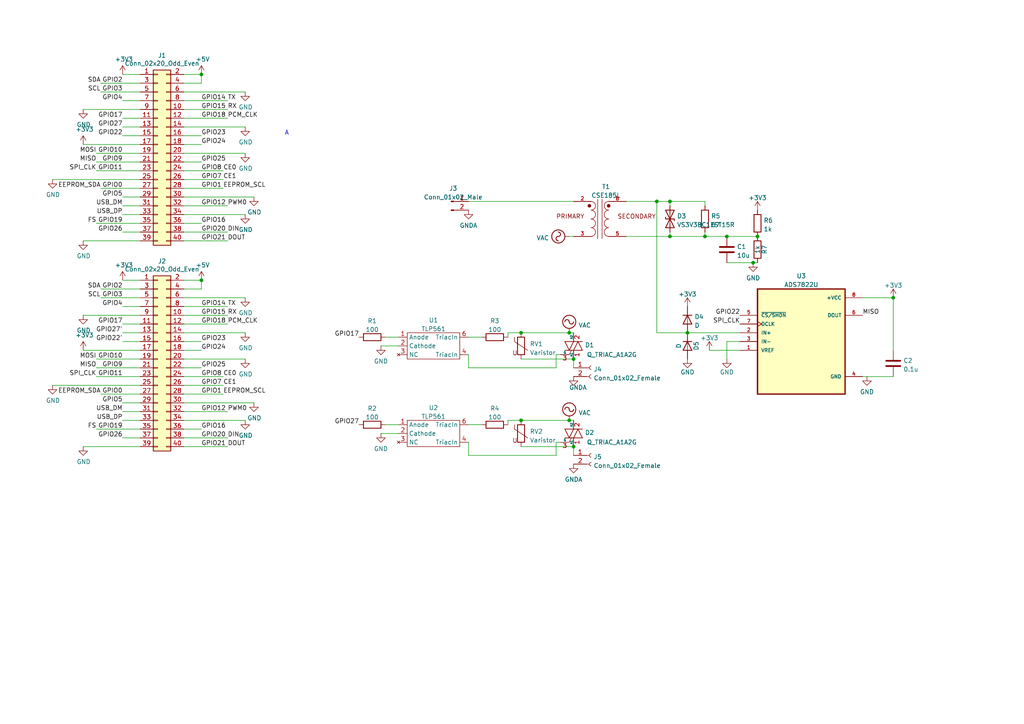
<source format=kicad_sch>
(kicad_sch (version 20211123) (generator eeschema)
  (paper "A4")
  (lib_symbols
    (symbol "Connector:Conn_01x02_Female" (pin_names (offset 1.016) hide)
      (property "Reference" "J" (at 0 2.54 0))
      (property "Value" "Conn_01x02_Female" (at 0 -5.08 0))
      (symbol "Conn_01x02_Female_1_1"
        (arc (start 0 -2.032) (mid -0.508 -2.54) (end 0 -3.048) (stroke (width 0.1524)))
        (polyline (pts (xy -1.27 -2.54) (xy -0.508 -2.54)) (stroke (width 0.1524)))
        (polyline (pts (xy -1.27 0) (xy -0.508 0)) (stroke (width 0.1524)))
        (arc (start 0 0.508) (mid -0.508 0) (end 0 -0.508) (stroke (width 0.1524)))
        (pin passive line (at -5.08 0 0) (length 3.81) (name "Pin_1") (number "1"))
        (pin passive line (at -5.08 -2.54 0) (length 3.81) (name "Pin_2") (number "2"))
      )
    )
    (symbol "Connector:Conn_01x02_Male" (pin_names (offset 1.016) hide)
      (property "Reference" "J" (at 0 2.54 0))
      (property "Value" "Conn_01x02_Male" (at 0 -5.08 0))
      (symbol "Conn_01x02_Male_1_1"
        (polyline (pts (xy 1.27 -2.54) (xy 0.8636 -2.54)) (stroke (width 0.1524)))
        (polyline (pts (xy 1.27 0) (xy 0.8636 0)) (stroke (width 0.1524)))
        (rectangle (start 0.8636 -2.413) (end 0 -2.667) (stroke (width 0.1524)) (fill (type outline)))
        (rectangle (start 0.8636 0.127) (end 0 -0.127) (stroke (width 0.1524)) (fill (type outline)))
        (pin passive line (at 5.08 0 180) (length 3.81) (name "Pin_1") (number "1"))
        (pin passive line (at 5.08 -2.54 180) (length 3.81) (name "Pin_2") (number "2"))
      )
    )
    (symbol "Connector_Generic:Conn_02x20_Odd_Even" (pin_names (offset 1.016) hide)
      (property "Reference" "J" (at 1.27 25.4 0))
      (property "Value" "Conn_02x20_Odd_Even" (at 1.27 -27.94 0))
      (symbol "Conn_02x20_Odd_Even_1_1"
        (rectangle (start -1.27 -25.273) (end 0 -25.527) (stroke (width 0.1524)))
        (rectangle (start -1.27 -22.733) (end 0 -22.987) (stroke (width 0.1524)))
        (rectangle (start -1.27 -20.193) (end 0 -20.447) (stroke (width 0.1524)))
        (rectangle (start -1.27 -17.653) (end 0 -17.907) (stroke (width 0.1524)))
        (rectangle (start -1.27 -15.113) (end 0 -15.367) (stroke (width 0.1524)))
        (rectangle (start -1.27 -12.573) (end 0 -12.827) (stroke (width 0.1524)))
        (rectangle (start -1.27 -10.033) (end 0 -10.287) (stroke (width 0.1524)))
        (rectangle (start -1.27 -7.493) (end 0 -7.747) (stroke (width 0.1524)))
        (rectangle (start -1.27 -4.953) (end 0 -5.207) (stroke (width 0.1524)))
        (rectangle (start -1.27 -2.413) (end 0 -2.667) (stroke (width 0.1524)))
        (rectangle (start -1.27 0.127) (end 0 -0.127) (stroke (width 0.1524)))
        (rectangle (start -1.27 2.667) (end 0 2.413) (stroke (width 0.1524)))
        (rectangle (start -1.27 5.207) (end 0 4.953) (stroke (width 0.1524)))
        (rectangle (start -1.27 7.747) (end 0 7.493) (stroke (width 0.1524)))
        (rectangle (start -1.27 10.287) (end 0 10.033) (stroke (width 0.1524)))
        (rectangle (start -1.27 12.827) (end 0 12.573) (stroke (width 0.1524)))
        (rectangle (start -1.27 15.367) (end 0 15.113) (stroke (width 0.1524)))
        (rectangle (start -1.27 17.907) (end 0 17.653) (stroke (width 0.1524)))
        (rectangle (start -1.27 20.447) (end 0 20.193) (stroke (width 0.1524)))
        (rectangle (start -1.27 22.987) (end 0 22.733) (stroke (width 0.1524)))
        (rectangle (start -1.27 24.13) (end 3.81 -26.67) (stroke (width 0.254)) (fill (type background)))
        (rectangle (start 3.81 -25.273) (end 2.54 -25.527) (stroke (width 0.1524)))
        (rectangle (start 3.81 -22.733) (end 2.54 -22.987) (stroke (width 0.1524)))
        (rectangle (start 3.81 -20.193) (end 2.54 -20.447) (stroke (width 0.1524)))
        (rectangle (start 3.81 -17.653) (end 2.54 -17.907) (stroke (width 0.1524)))
        (rectangle (start 3.81 -15.113) (end 2.54 -15.367) (stroke (width 0.1524)))
        (rectangle (start 3.81 -12.573) (end 2.54 -12.827) (stroke (width 0.1524)))
        (rectangle (start 3.81 -10.033) (end 2.54 -10.287) (stroke (width 0.1524)))
        (rectangle (start 3.81 -7.493) (end 2.54 -7.747) (stroke (width 0.1524)))
        (rectangle (start 3.81 -4.953) (end 2.54 -5.207) (stroke (width 0.1524)))
        (rectangle (start 3.81 -2.413) (end 2.54 -2.667) (stroke (width 0.1524)))
        (rectangle (start 3.81 0.127) (end 2.54 -0.127) (stroke (width 0.1524)))
        (rectangle (start 3.81 2.667) (end 2.54 2.413) (stroke (width 0.1524)))
        (rectangle (start 3.81 5.207) (end 2.54 4.953) (stroke (width 0.1524)))
        (rectangle (start 3.81 7.747) (end 2.54 7.493) (stroke (width 0.1524)))
        (rectangle (start 3.81 10.287) (end 2.54 10.033) (stroke (width 0.1524)))
        (rectangle (start 3.81 12.827) (end 2.54 12.573) (stroke (width 0.1524)))
        (rectangle (start 3.81 15.367) (end 2.54 15.113) (stroke (width 0.1524)))
        (rectangle (start 3.81 17.907) (end 2.54 17.653) (stroke (width 0.1524)))
        (rectangle (start 3.81 20.447) (end 2.54 20.193) (stroke (width 0.1524)))
        (rectangle (start 3.81 22.987) (end 2.54 22.733) (stroke (width 0.1524)))
        (pin passive line (at -5.08 22.86 0) (length 3.81) (name "Pin_1") (number "1"))
        (pin passive line (at 7.62 12.7 180) (length 3.81) (name "Pin_10") (number "10"))
        (pin passive line (at -5.08 10.16 0) (length 3.81) (name "Pin_11") (number "11"))
        (pin passive line (at 7.62 10.16 180) (length 3.81) (name "Pin_12") (number "12"))
        (pin passive line (at -5.08 7.62 0) (length 3.81) (name "Pin_13") (number "13"))
        (pin passive line (at 7.62 7.62 180) (length 3.81) (name "Pin_14") (number "14"))
        (pin passive line (at -5.08 5.08 0) (length 3.81) (name "Pin_15") (number "15"))
        (pin passive line (at 7.62 5.08 180) (length 3.81) (name "Pin_16") (number "16"))
        (pin passive line (at -5.08 2.54 0) (length 3.81) (name "Pin_17") (number "17"))
        (pin passive line (at 7.62 2.54 180) (length 3.81) (name "Pin_18") (number "18"))
        (pin passive line (at -5.08 0 0) (length 3.81) (name "Pin_19") (number "19"))
        (pin passive line (at 7.62 22.86 180) (length 3.81) (name "Pin_2") (number "2"))
        (pin passive line (at 7.62 0 180) (length 3.81) (name "Pin_20") (number "20"))
        (pin passive line (at -5.08 -2.54 0) (length 3.81) (name "Pin_21") (number "21"))
        (pin passive line (at 7.62 -2.54 180) (length 3.81) (name "Pin_22") (number "22"))
        (pin passive line (at -5.08 -5.08 0) (length 3.81) (name "Pin_23") (number "23"))
        (pin passive line (at 7.62 -5.08 180) (length 3.81) (name "Pin_24") (number "24"))
        (pin passive line (at -5.08 -7.62 0) (length 3.81) (name "Pin_25") (number "25"))
        (pin passive line (at 7.62 -7.62 180) (length 3.81) (name "Pin_26") (number "26"))
        (pin passive line (at -5.08 -10.16 0) (length 3.81) (name "Pin_27") (number "27"))
        (pin passive line (at 7.62 -10.16 180) (length 3.81) (name "Pin_28") (number "28"))
        (pin passive line (at -5.08 -12.7 0) (length 3.81) (name "Pin_29") (number "29"))
        (pin passive line (at -5.08 20.32 0) (length 3.81) (name "Pin_3") (number "3"))
        (pin passive line (at 7.62 -12.7 180) (length 3.81) (name "Pin_30") (number "30"))
        (pin passive line (at -5.08 -15.24 0) (length 3.81) (name "Pin_31") (number "31"))
        (pin passive line (at 7.62 -15.24 180) (length 3.81) (name "Pin_32") (number "32"))
        (pin passive line (at -5.08 -17.78 0) (length 3.81) (name "Pin_33") (number "33"))
        (pin passive line (at 7.62 -17.78 180) (length 3.81) (name "Pin_34") (number "34"))
        (pin passive line (at -5.08 -20.32 0) (length 3.81) (name "Pin_35") (number "35"))
        (pin passive line (at 7.62 -20.32 180) (length 3.81) (name "Pin_36") (number "36"))
        (pin passive line (at -5.08 -22.86 0) (length 3.81) (name "Pin_37") (number "37"))
        (pin passive line (at 7.62 -22.86 180) (length 3.81) (name "Pin_38") (number "38"))
        (pin passive line (at -5.08 -25.4 0) (length 3.81) (name "Pin_39") (number "39"))
        (pin passive line (at 7.62 20.32 180) (length 3.81) (name "Pin_4") (number "4"))
        (pin passive line (at 7.62 -25.4 180) (length 3.81) (name "Pin_40") (number "40"))
        (pin passive line (at -5.08 17.78 0) (length 3.81) (name "Pin_5") (number "5"))
        (pin passive line (at 7.62 17.78 180) (length 3.81) (name "Pin_6") (number "6"))
        (pin passive line (at -5.08 15.24 0) (length 3.81) (name "Pin_7") (number "7"))
        (pin passive line (at 7.62 15.24 180) (length 3.81) (name "Pin_8") (number "8"))
        (pin passive line (at -5.08 12.7 0) (length 3.81) (name "Pin_9") (number "9"))
      )
    )
    (symbol "Device:C" (pin_numbers hide) (pin_names (offset 0.254))
      (property "Reference" "C" (at 0.635 2.54 0))
      (property "Value" "C" (at 0.635 -2.54 0))
      (symbol "C_0_1"
        (polyline (pts (xy -2.032 -0.762) (xy 2.032 -0.762)) (stroke (width 0.508)))
        (polyline (pts (xy -2.032 0.762) (xy 2.032 0.762)) (stroke (width 0.508)))
      )
      (symbol "C_1_1"
        (pin passive line (at 0 3.81 270) (length 2.794) (name "~") (number "1"))
        (pin passive line (at 0 -3.81 90) (length 2.794) (name "~") (number "2"))
      )
    )
    (symbol "Device:D" (pin_numbers hide) (pin_names (offset 1.016) hide)
      (property "Reference" "D" (at 0 2.54 0))
      (property "Value" "D" (at 0 -2.54 0))
      (symbol "D_0_1"
        (polyline (pts (xy -1.27 1.27) (xy -1.27 -1.27)) (stroke (width 0.254)))
        (polyline (pts (xy 1.27 0) (xy -1.27 0)))
        (polyline (pts (xy 1.27 1.27) (xy 1.27 -1.27) (xy -1.27 0) (xy 1.27 1.27)) (stroke (width 0.254)))
      )
      (symbol "D_1_1"
        (pin passive line (at -3.81 0 0) (length 2.54) (name "K") (number "1"))
        (pin passive line (at 3.81 0 180) (length 2.54) (name "A") (number "2"))
      )
    )
    (symbol "Device:D_TVS" (pin_numbers hide) (pin_names (offset 1.016) hide)
      (property "Reference" "D" (at 0 2.54 0))
      (property "Value" "D_TVS" (at 0 -2.54 0))
      (symbol "D_TVS_0_1"
        (polyline (pts (xy 1.27 0) (xy -1.27 0)))
        (polyline (pts (xy 0.508 1.27) (xy 0 1.27) (xy 0 -1.27) (xy -0.508 -1.27)) (stroke (width 0.254)))
        (polyline (pts (xy -2.54 1.27) (xy -2.54 -1.27) (xy 2.54 1.27) (xy 2.54 -1.27) (xy -2.54 1.27)) (stroke (width 0.254)))
      )
      (symbol "D_TVS_1_1"
        (pin passive line (at -3.81 0 0) (length 2.54) (name "A1") (number "1"))
        (pin passive line (at 3.81 0 180) (length 2.54) (name "A2") (number "2"))
      )
    )
    (symbol "Device:Q_TRIAC_A1A2G" (pin_names (offset 0))
      (property "Reference" "D" (at 3.175 0.635 0))
      (property "Value" "Q_TRIAC_A1A2G" (at 3.175 -1.27 0))
      (symbol "Q_TRIAC_A1A2G_0_1"
        (polyline (pts (xy -2.54 -1.27) (xy 2.54 -1.27)) (stroke (width 0.2032)))
        (polyline (pts (xy -2.54 1.27) (xy 2.54 1.27)) (stroke (width 0.2032)))
        (polyline (pts (xy -1.27 -2.54) (xy -0.635 -1.27)))
        (polyline (pts (xy -2.54 1.27) (xy -1.27 -1.27) (xy 0 1.27)) (stroke (width 0.2032)))
        (polyline (pts (xy 0 -1.27) (xy 1.27 1.27) (xy 2.54 -1.27)) (stroke (width 0.2032)))
      )
      (symbol "Q_TRIAC_A1A2G_1_1"
        (pin passive line (at 0 -3.81 90) (length 2.54) (name "A1") (number "1"))
        (pin passive line (at 0 3.81 270) (length 2.54) (name "A2") (number "2"))
        (pin input line (at -3.81 -2.54 0) (length 2.54) (name "G") (number "3"))
      )
    )
    (symbol "Device:R" (pin_numbers hide) (pin_names (offset 0))
      (property "Reference" "R" (at 2.032 0 90))
      (property "Value" "R" (at 0 0 90))
      (symbol "R_0_1"
        (rectangle (start -1.016 -2.54) (end 1.016 2.54) (stroke (width 0.254)))
      )
      (symbol "R_1_1"
        (pin passive line (at 0 3.81 270) (length 1.27) (name "~") (number "1"))
        (pin passive line (at 0 -3.81 90) (length 1.27) (name "~") (number "2"))
      )
    )
    (symbol "Device:Varistor" (pin_numbers hide) (pin_names (offset 0))
      (property "Reference" "RV" (at 3.175 0 90))
      (property "Value" "Varistor" (at -3.175 0 90))
      (symbol "Varistor_0_0"
        (text "U" (at -1.778 -2.032 0) (effects (font (size 1.27 1.27))))
      )
      (symbol "Varistor_0_1"
        (rectangle (start -1.016 -2.54) (end 1.016 2.54) (stroke (width 0.254)))
        (polyline (pts (xy -1.905 2.54) (xy -1.905 1.27) (xy 1.905 -1.27)))
      )
      (symbol "Varistor_1_1"
        (pin passive line (at 0 3.81 270) (length 1.27) (name "~") (number "1"))
        (pin passive line (at 0 -3.81 90) (length 1.27) (name "~") (number "2"))
      )
    )
    (symbol "locallib:ADS7822U" (pin_names (offset 1.016))
      (property "Reference" "U" (at -12.7 16.2306 0))
      (property "Value" "ADS7822U" (at -12.7 -19.2278 0))
      (symbol "ADS7822U_0_0"
        (rectangle (start -12.7 -15.24) (end 12.7 15.24) (stroke (width 0.4064)) (fill (type background)))
        (pin input line (at -17.78 -2.54 0) (length 5.08) (name "VREF") (number "1"))
        (pin input line (at -17.78 2.54 0) (length 5.08) (name "IN+") (number "2"))
        (pin input line (at -17.78 0 0) (length 5.08) (name "IN-") (number "3"))
        (pin power_in line (at 17.78 -10.16 180) (length 5.08) (name "GND") (number "4"))
        (pin input line (at -17.78 7.62 0) (length 5.08) (name "~{CS/SHDN}") (number "5"))
        (pin output line (at 17.78 7.62 180) (length 5.08) (name "DOUT") (number "6"))
        (pin input clock (at -17.78 5.08 0) (length 5.08) (name "DCLK") (number "7"))
        (pin power_in line (at 17.78 12.7 180) (length 5.08) (name "+VCC") (number "8"))
      )
    )
    (symbol "locallib:CSE185L" (pin_names (offset 1.016) hide)
      (property "Reference" "T" (at -5.08 7.62 0))
      (property "Value" "CSE185L" (at -5.08 -7.62 0))
      (symbol "CSE185L_0_0"
        (circle (center -3.048 3.81) (radius 0.254) (stroke (width 0.508)))
        (arc (start -2.54 -5.08) (mid -1.27 -3.81) (end -2.54 -2.54) (stroke (width 0.1524)))
        (arc (start -2.54 -2.54) (mid -1.27 -1.27) (end -2.54 0) (stroke (width 0.1524)))
        (arc (start -2.54 0) (mid -1.27 1.27) (end -2.54 2.54) (stroke (width 0.1524)))
        (arc (start -2.54 2.54) (mid -1.27 3.81) (end -2.54 5.08) (stroke (width 0.1524)))
        (polyline (pts (xy -0.635 5.715) (xy -0.635 -5.715)) (stroke (width 0.1524)))
        (polyline (pts (xy 0.635 5.715) (xy 0.635 -5.715)) (stroke (width 0.1524)))
        (arc (start 2.54 -2.54) (mid 1.27 -3.81) (end 2.54 -5.08) (stroke (width 0.1524)))
        (arc (start 2.54 0) (mid 1.27 -1.27) (end 2.54 -2.54) (stroke (width 0.1524)))
        (arc (start 2.54 2.54) (mid 1.27 1.27) (end 2.54 0) (stroke (width 0.1524)))
        (circle (center 2.54 3.81) (radius 0.254) (stroke (width 0.508)))
        (arc (start 2.54 5.08) (mid 1.27 3.81) (end 2.54 2.54) (stroke (width 0.1524)))
        (text "PRIMARY" (at -12.7 0 0) (effects (font (size 1.27 1.27)) (justify left bottom)))
        (text "SECONDARY" (at 5.08 0 0) (effects (font (size 1.27 1.27)) (justify left bottom)))
        (pin passive line (at -7.62 5.08 0) (length 5.08) (name "~") (number "2"))
        (pin passive line (at -7.62 -5.08 0) (length 5.08) (name "~") (number "3"))
        (pin passive line (at 7.62 -5.08 180) (length 5.08) (name "~") (number "5"))
        (pin passive line (at 7.62 5.08 180) (length 5.08) (name "~") (number "8"))
      )
    )
    (symbol "locallib:TLP561"
      (property "Reference" "U" (at 0 -8.89 0))
      (property "Value" "TLP561" (at 0 6.35 0))
      (symbol "TLP561_0_1"
        (rectangle (start -7.62 3.81) (end 7.62 -3.81) (stroke (width 0.1524)))
      )
      (symbol "TLP561_1_1"
        (pin input line (at -10.16 2.54 0) (length 2.54) (name "Anode") (number "1"))
        (pin passive line (at -10.16 0 0) (length 2.54) (name "Cathode") (number "2"))
        (pin no_connect line (at -10.16 -2.54 0) (length 2.54) (name "NC") (number "3"))
        (pin passive line (at 10.16 -2.54 180) (length 2.54) (name "TriacIn") (number "4"))
        (pin passive line (at 10.16 2.54 180) (length 2.54) (name "TriacIn") (number "6"))
      )
    )
    (symbol "power:+3.3V" (power) (pin_names (offset 0))
      (property "Value" "+3.3V" (at 0 3.556 0))
      (symbol "+3.3V_0_1"
        (polyline (pts (xy -0.762 1.27) (xy 0 2.54)))
        (polyline (pts (xy 0 0) (xy 0 2.54)))
        (polyline (pts (xy 0 2.54) (xy 0.762 1.27)))
      )
      (symbol "+3.3V_1_1"
        (pin power_in line (at 0 0 90) (length 0) hide (name "+3V3") (number "1"))
      )
    )
    (symbol "power:+3V3" (power) (pin_names (offset 0))
      (property "Value" "+3V3" (at 0 3.556 0))
      (symbol "+3V3_0_1"
        (polyline (pts (xy -0.762 1.27) (xy 0 2.54)))
        (polyline (pts (xy 0 0) (xy 0 2.54)))
        (polyline (pts (xy 0 2.54) (xy 0.762 1.27)))
      )
      (symbol "+3V3_1_1"
        (pin power_in line (at 0 0 90) (length 0) hide (name "+3V3") (number "1"))
      )
    )
    (symbol "power:+5V" (power) (pin_names (offset 0))
      (property "Value" "+5V" (at 0 3.556 0))
      (symbol "+5V_0_1"
        (polyline (pts (xy -0.762 1.27) (xy 0 2.54)))
        (polyline (pts (xy 0 0) (xy 0 2.54)))
        (polyline (pts (xy 0 2.54) (xy 0.762 1.27)))
      )
      (symbol "+5V_1_1"
        (pin power_in line (at 0 0 90) (length 0) hide (name "+5V") (number "1"))
      )
    )
    (symbol "power:GND" (power) (pin_names (offset 0))
      (property "Value" "GND" (at 0 -3.81 0))
      (symbol "GND_0_1"
        (polyline (pts (xy 0 0) (xy 0 -1.27) (xy 1.27 -1.27) (xy 0 -2.54) (xy -1.27 -1.27) (xy 0 -1.27)))
      )
      (symbol "GND_1_1"
        (pin power_in line (at 0 0 270) (length 0) hide (name "GND") (number "1"))
      )
    )
    (symbol "power:GNDA" (power) (pin_names (offset 0))
      (property "Value" "GNDA" (at 0 -3.81 0))
      (symbol "GNDA_0_1"
        (polyline (pts (xy 0 0) (xy 0 -1.27) (xy 1.27 -1.27) (xy 0 -2.54) (xy -1.27 -1.27) (xy 0 -1.27)))
      )
      (symbol "GNDA_1_1"
        (pin power_in line (at 0 0 270) (length 0) hide (name "GNDA") (number "1"))
      )
    )
    (symbol "power:VAC" (power) (pin_names (offset 0))
      (property "Value" "VAC" (at 0 6.35 0))
      (symbol "VAC_0_1"
        (polyline (pts (xy 0 0) (xy 0 1.27)))
        (arc (start 0 3.175) (mid -0.635 3.81) (end -1.27 3.175) (stroke (width 0.254)))
        (arc (start 0 3.175) (mid 0.635 2.54) (end 1.27 3.175) (stroke (width 0.254)))
        (circle (center 0 3.175) (radius 1.905) (stroke (width 0.254)))
      )
      (symbol "VAC_1_1"
        (pin power_in line (at 0 0 90) (length 0) hide (name "VAC") (number "1"))
      )
    )
  )
  (junction (at 219.71 68.58))
  (junction (at 151.13 121.92))
  (junction (at 58.42 21.59))
  (junction (at 210.82 68.58))
  (junction (at 166.37 129.54))
  (junction (at 194.31 68.58))
  (junction (at 166.37 104.14))
  (junction (at 190.5 58.42))
  (junction (at 218.44 76.2))
  (junction (at 199.39 96.52))
  (junction (at 151.13 96.52))
  (junction (at 165.1 121.92))
  (junction (at 194.31 58.42))
  (junction (at 259.08 86.36))
  (junction (at 204.47 68.58))
  (junction (at 165.1 96.52))
  (junction (at 58.42 81.28))
  (wire (pts (xy 194.31 68.58) (xy 204.47 68.58)))
  (wire (pts (xy 204.47 68.58) (xy 204.47 67.31)))
  (wire (pts (xy 204.47 68.58) (xy 210.82 68.58)))
  (wire (pts (xy 210.82 104.14) (xy 210.82 99.06)))
  (wire (pts (xy 53.34 34.29) (xy 66.04 34.29)))
  (wire (pts (xy 24.13 91.44) (xy 40.64 91.44)))
  (wire (pts (xy 194.31 58.42) (xy 204.47 58.42)))
  (wire (pts (xy 35.56 96.52) (xy 40.64 96.52)))
  (wire (pts (xy 29.21 26.67) (xy 40.64 26.67)))
  (wire (pts (xy 218.44 76.2) (xy 219.71 76.2)))
  (wire (pts (xy 53.34 29.21) (xy 66.04 29.21)))
  (wire (pts (xy 53.34 104.14) (xy 71.12 104.14)))
  (wire (pts (xy 53.34 127) (xy 66.04 127)))
  (wire (pts (xy 161.29 132.08) (xy 135.89 132.08)))
  (wire (pts (xy 15.24 52.07) (xy 40.64 52.07)))
  (wire (pts (xy 29.21 24.13) (xy 40.64 24.13)))
  (wire (pts (xy 27.94 124.46) (xy 40.64 124.46)))
  (wire (pts (xy 162.56 128.27) (xy 161.29 128.27)))
  (wire (pts (xy 53.34 91.44) (xy 66.04 91.44)))
  (wire (pts (xy 165.1 96.52) (xy 166.37 96.52)))
  (wire (pts (xy 53.34 129.54) (xy 66.04 129.54)))
  (wire (pts (xy 71.12 121.92) (xy 53.34 121.92)))
  (wire (pts (xy 210.82 76.2) (xy 218.44 76.2)))
  (wire (pts (xy 53.34 39.37) (xy 58.42 39.37)))
  (wire (pts (xy 204.47 58.42) (xy 204.47 59.69)))
  (wire (pts (xy 29.21 114.3) (xy 40.64 114.3)))
  (wire (pts (xy 53.34 116.84) (xy 73.66 116.84)))
  (wire (pts (xy 135.89 132.08) (xy 135.89 128.27)))
  (wire (pts (xy 53.34 124.46) (xy 58.42 124.46)))
  (wire (pts (xy 110.49 100.33) (xy 115.57 100.33)))
  (wire (pts (xy 27.94 104.14) (xy 40.64 104.14)))
  (wire (pts (xy 190.5 58.42) (xy 190.5 96.52)))
  (wire (pts (xy 151.13 121.92) (xy 165.1 121.92)))
  (wire (pts (xy 190.5 58.42) (xy 194.31 58.42)))
  (wire (pts (xy 135.89 97.79) (xy 139.7 97.79)))
  (wire (pts (xy 165.1 68.58) (xy 166.37 68.58)))
  (wire (pts (xy 35.56 121.92) (xy 40.64 121.92)))
  (wire (pts (xy 151.13 104.14) (xy 166.37 104.14)))
  (wire (pts (xy 111.76 123.19) (xy 115.57 123.19)))
  (wire (pts (xy 194.31 68.58) (xy 194.31 67.31)))
  (wire (pts (xy 35.56 36.83) (xy 40.64 36.83)))
  (wire (pts (xy 135.89 123.19) (xy 139.7 123.19)))
  (wire (pts (xy 35.56 116.84) (xy 40.64 116.84)))
  (wire (pts (xy 199.39 96.52) (xy 190.5 96.52)))
  (wire (pts (xy 165.1 121.92) (xy 166.37 121.92)))
  (wire (pts (xy 35.56 62.23) (xy 40.64 62.23)))
  (wire (pts (xy 27.94 46.99) (xy 40.64 46.99)))
  (wire (pts (xy 53.34 26.67) (xy 71.12 26.67)))
  (wire (pts (xy 24.13 101.6) (xy 40.64 101.6)))
  (wire (pts (xy 53.34 93.98) (xy 66.04 93.98)))
  (wire (pts (xy 53.34 49.53) (xy 64.77 49.53)))
  (wire (pts (xy 199.39 96.52) (xy 214.63 96.52)))
  (wire (pts (xy 29.21 83.82) (xy 40.64 83.82)))
  (wire (pts (xy 53.34 52.07) (xy 64.77 52.07)))
  (wire (pts (xy 181.61 68.58) (xy 194.31 68.58)))
  (wire (pts (xy 53.34 41.91) (xy 58.42 41.91)))
  (wire (pts (xy 58.42 24.13) (xy 58.42 21.59)))
  (wire (pts (xy 53.34 111.76) (xy 64.77 111.76)))
  (wire (pts (xy 40.64 129.54) (xy 24.13 129.54)))
  (wire (pts (xy 151.13 129.54) (xy 166.37 129.54)))
  (wire (pts (xy 27.94 49.53) (xy 40.64 49.53)))
  (wire (pts (xy 53.34 106.68) (xy 58.42 106.68)))
  (wire (pts (xy 250.19 86.36) (xy 259.08 86.36)))
  (wire (pts (xy 35.56 99.06) (xy 40.64 99.06)))
  (wire (pts (xy 29.21 86.36) (xy 40.64 86.36)))
  (wire (pts (xy 27.94 64.77) (xy 40.64 64.77)))
  (wire (pts (xy 53.34 114.3) (xy 64.77 114.3)))
  (wire (pts (xy 210.82 99.06) (xy 214.63 99.06)))
  (wire (pts (xy 35.56 21.59) (xy 40.64 21.59)))
  (wire (pts (xy 161.29 128.27) (xy 161.29 132.08)))
  (wire (pts (xy 53.34 109.22) (xy 64.77 109.22)))
  (wire (pts (xy 111.76 97.79) (xy 115.57 97.79)))
  (wire (pts (xy 53.34 96.52) (xy 71.12 96.52)))
  (wire (pts (xy 35.56 93.98) (xy 40.64 93.98)))
  (wire (pts (xy 147.32 123.19) (xy 147.32 121.92)))
  (wire (pts (xy 166.37 104.14) (xy 166.37 106.68)))
  (wire (pts (xy 35.56 34.29) (xy 40.64 34.29)))
  (wire (pts (xy 53.34 21.59) (xy 58.42 21.59)))
  (wire (pts (xy 35.56 59.69) (xy 40.64 59.69)))
  (wire (pts (xy 35.56 119.38) (xy 40.64 119.38)))
  (wire (pts (xy 53.34 59.69) (xy 66.04 59.69)))
  (wire (pts (xy 53.34 69.85) (xy 66.04 69.85)))
  (wire (pts (xy 53.34 67.31) (xy 66.04 67.31)))
  (wire (pts (xy 259.08 86.36) (xy 259.08 101.6)))
  (wire (pts (xy 53.34 119.38) (xy 66.04 119.38)))
  (wire (pts (xy 53.34 57.15) (xy 73.66 57.15)))
  (wire (pts (xy 35.56 88.9) (xy 40.64 88.9)))
  (wire (pts (xy 35.56 127) (xy 40.64 127)))
  (wire (pts (xy 53.34 31.75) (xy 66.04 31.75)))
  (wire (pts (xy 161.29 106.68) (xy 135.89 106.68)))
  (wire (pts (xy 162.56 102.87) (xy 161.29 102.87)))
  (wire (pts (xy 53.34 83.82) (xy 58.42 83.82)))
  (wire (pts (xy 35.56 29.21) (xy 40.64 29.21)))
  (wire (pts (xy 24.13 41.91) (xy 40.64 41.91)))
  (wire (pts (xy 35.56 39.37) (xy 40.64 39.37)))
  (wire (pts (xy 29.21 54.61) (xy 40.64 54.61)))
  (wire (pts (xy 210.82 68.58) (xy 219.71 68.58)))
  (wire (pts (xy 27.94 106.68) (xy 40.64 106.68)))
  (wire (pts (xy 27.94 109.22) (xy 40.64 109.22)))
  (wire (pts (xy 135.89 106.68) (xy 135.89 102.87)))
  (wire (pts (xy 53.34 99.06) (xy 58.42 99.06)))
  (wire (pts (xy 53.34 86.36) (xy 71.12 86.36)))
  (wire (pts (xy 27.94 44.45) (xy 40.64 44.45)))
  (wire (pts (xy 147.32 97.79) (xy 147.32 96.52)))
  (wire (pts (xy 58.42 83.82) (xy 58.42 81.28)))
  (wire (pts (xy 53.34 46.99) (xy 58.42 46.99)))
  (wire (pts (xy 71.12 62.23) (xy 53.34 62.23)))
  (wire (pts (xy 35.56 67.31) (xy 40.64 67.31)))
  (wire (pts (xy 147.32 96.52) (xy 151.13 96.52)))
  (wire (pts (xy 40.64 69.85) (xy 24.13 69.85)))
  (wire (pts (xy 35.56 81.28) (xy 40.64 81.28)))
  (wire (pts (xy 194.31 58.42) (xy 194.31 59.69)))
  (wire (pts (xy 166.37 129.54) (xy 166.37 132.08)))
  (wire (pts (xy 15.24 111.76) (xy 40.64 111.76)))
  (wire (pts (xy 205.74 101.6) (xy 214.63 101.6)))
  (wire (pts (xy 110.49 125.73) (xy 115.57 125.73)))
  (wire (pts (xy 53.34 101.6) (xy 58.42 101.6)))
  (wire (pts (xy 250.19 109.22) (xy 259.08 109.22)))
  (wire (pts (xy 181.61 58.42) (xy 190.5 58.42)))
  (wire (pts (xy 53.34 64.77) (xy 58.42 64.77)))
  (wire (pts (xy 151.13 96.52) (xy 165.1 96.52)))
  (wire (pts (xy 53.34 36.83) (xy 71.12 36.83)))
  (wire (pts (xy 135.89 58.42) (xy 166.37 58.42)))
  (wire (pts (xy 24.13 31.75) (xy 40.64 31.75)))
  (wire (pts (xy 53.34 24.13) (xy 58.42 24.13)))
  (wire (pts (xy 53.34 54.61) (xy 64.77 54.61)))
  (wire (pts (xy 147.32 121.92) (xy 151.13 121.92)))
  (wire (pts (xy 53.34 88.9) (xy 66.04 88.9)))
  (wire (pts (xy 161.29 102.87) (xy 161.29 106.68)))
  (wire (pts (xy 53.34 81.28) (xy 58.42 81.28)))
  (wire (pts (xy 35.56 57.15) (xy 40.64 57.15)))
  (wire (pts (xy 53.34 44.45) (xy 71.12 44.45)))
  (text "A" (at 82.55 39.37 0) (effects (font (size 1.27 1.27)) (justify left bottom)))
  (label "GPIO12" (at 58.42 59.69 0))
  (label "GPIO7" (at 58.42 111.76 0))
  (label "GPIO4" (at 35.56 29.21 180))
  (label "GPIO17" (at 104.14 97.79 180))
  (label "SPI_CLK" (at 27.94 109.22 180))
  (label "GPIO19" (at 35.56 64.77 180))
  (label "GPIO10" (at 35.56 44.45 180))
  (label "GPIO26" (at 35.56 67.31 180))
  (label "GPIO2" (at 35.56 83.82 180))
  (label "GPIO15" (at 58.42 31.75 0))
  (label "GPIO8" (at 58.42 49.53 0))
  (label "CE1" (at 64.77 111.76 0))
  (label "GPIO11" (at 35.56 49.53 180))
  (label "GPIO8" (at 58.42 109.22 0))
  (label "CE0" (at 64.77 109.22 0))
  (label "FS" (at 27.94 124.46 180))
  (label "GPIO12" (at 58.42 119.38 0))
  (label "MOSI" (at 27.94 44.45 180))
  (label "DIN" (at 66.04 127 0))
  (label "SCL" (at 29.21 26.67 180))
  (label "GPIO10" (at 35.56 104.14 180))
  (label "GPIO22" (at 214.63 91.44 180))
  (label "GPIO11" (at 35.56 109.22 180))
  (label "CE0" (at 64.77 49.53 0))
  (label "EEPROM_SDA" (at 29.21 114.3 180))
  (label "PCM_CLK" (at 66.04 93.98 0))
  (label "GPIO5" (at 35.56 57.15 180))
  (label "GPIO7" (at 58.42 52.07 0))
  (label "GPIO5" (at 35.56 116.84 180))
  (label "EEPROM_SCL" (at 64.77 54.61 0))
  (label "GPIO26" (at 35.56 127 180))
  (label "MISO" (at 27.94 106.68 180))
  (label "USB_DM" (at 35.56 59.69 180))
  (label "PCM_CLK" (at 66.04 34.29 0))
  (label "GPIO27" (at 35.56 36.83 180))
  (label "GPIO21" (at 58.42 129.54 0))
  (label "GPIO1" (at 58.42 54.61 0))
  (label "GPIO25" (at 58.42 46.99 0))
  (label "USB_DP" (at 35.56 62.23 180))
  (label "MOSI" (at 27.94 104.14 180))
  (label "GPIO20" (at 58.42 67.31 0))
  (label "RX" (at 66.04 91.44 0))
  (label "GPIO17" (at 35.56 34.29 180))
  (label "GPIO27" (at 104.14 123.19 180))
  (label "GPIO19" (at 35.56 124.46 180))
  (label "GPIO25" (at 58.42 106.68 0))
  (label "USB_DM" (at 35.56 119.38 180))
  (label "GPIO9" (at 35.56 46.99 180))
  (label "MISO" (at 27.94 46.99 180))
  (label "GPIO2" (at 35.56 24.13 180))
  (label "GPIO3" (at 35.56 86.36 180))
  (label "SPI_CLK" (at 27.94 49.53 180))
  (label "PWM0" (at 66.04 119.38 0))
  (label "GPIO0" (at 35.56 54.61 180))
  (label "EEPROM_SDA" (at 29.21 54.61 180))
  (label "GPIO22" (at 35.56 39.37 180))
  (label "GPIO3" (at 35.56 26.67 180))
  (label "DIN" (at 66.04 67.31 0))
  (label "GPIO17" (at 35.56 93.98 180))
  (label "DOUT" (at 66.04 129.54 0))
  (label "GPIO14" (at 58.42 88.9 0))
  (label "GPIO18" (at 58.42 93.98 0))
  (label "GPIO4" (at 35.56 88.9 180))
  (label "GPIO22'" (at 35.56 99.06 180))
  (label "DOUT" (at 66.04 69.85 0))
  (label "GPIO24" (at 58.42 41.91 0))
  (label "PWM0" (at 66.04 59.69 0))
  (label "GPIO27'" (at 35.56 96.52 180))
  (label "GPIO20" (at 58.42 127 0))
  (label "GPIO9" (at 35.56 106.68 180))
  (label "GPIO23" (at 58.42 99.06 0))
  (label "USB_DP" (at 35.56 121.92 180))
  (label "GPIO16" (at 58.42 124.46 0))
  (label "MISO" (at 250.19 91.44 0))
  (label "GPIO21" (at 58.42 69.85 0))
  (label "SPI_CLK" (at 214.63 93.98 180))
  (label "GPIO15" (at 58.42 91.44 0))
  (label "CE1" (at 64.77 52.07 0))
  (label "GPIO24" (at 58.42 101.6 0))
  (label "TX" (at 66.04 88.9 0))
  (label "GPIO18" (at 58.42 34.29 0))
  (label "RX" (at 66.04 31.75 0))
  (label "TX" (at 66.04 29.21 0))
  (label "GPIO16" (at 58.42 64.77 0))
  (label "SDA" (at 29.21 24.13 180))
  (label "GPIO23" (at 58.42 39.37 0))
  (label "EEPROM_SCL" (at 64.77 114.3 0))
  (label "FS" (at 27.94 64.77 180))
  (label "GPIO1" (at 58.42 114.3 0))
  (label "SDA" (at 29.21 83.82 180))
  (label "GPIO0" (at 35.56 114.3 180))
  (label "GPIO14" (at 58.42 29.21 0))
  (label "SCL" (at 29.21 86.36 180))
  (symbol (lib_id "power:+5V") (at 58.42 81.28 0) (unit 1)
    (property "Reference" "#PWR0120" (effects hide))
    (property "Value" "+5V" (at 58.801 76.8858 0))
  )
  (symbol (lib_id "Connector:Conn_01x02_Female") (at 171.45 106.68 0) (unit 1)
    (property "Reference" "J4" (at 172.1612 107.1153 0) (effects (justify left)))
    (property "Value" "Conn_01x02_Female" (at 172.1612 109.6522 0) (effects (justify left)))
    (property "Footprint" "locallib:AcOutlet" (effects hide))
  )
  (symbol (lib_id "Device:R") (at 204.47 63.5 0) (unit 1)
    (property "Reference" "R5" (at 206.248 62.6653 0) (effects (justify left)))
    (property "Value" "67" (at 206.248 65.2022 0) (effects (justify left)))
    (property "Footprint" "Resistor_SMD:R_0603_1608Metric_Pad0.98x0.95mm_HandSolder" (effects hide))
  )
  (symbol (lib_id "power:VAC") (at 165.1 96.52 0) (unit 1)
    (property "Reference" "#PWR0125" (effects hide))
    (property "Value" "VAC" (at 167.767 94.3503 0) (effects (justify left)))
  )
  (symbol (lib_id "locallib:TLP561") (at 125.73 125.73 0) (unit 1)
    (property "Reference" "U2" (at 125.73 118.271 0))
    (property "Value" "TLP561" (at 125.73 120.8079 0))
    (property "Footprint" "Package_DIP:DIP-5-6_W7.62mm" (effects hide))
  )
  (symbol (lib_id "power:GNDA") (at 166.37 134.62 0) (unit 1)
    (property "Reference" "#PWR0128" (effects hide))
    (property "Value" "GNDA" (at 166.37 139.0634 0))
  )
  (symbol (lib_id "locallib:CSE185L") (at 173.99 63.5 0) (unit 1)
    (property "Reference" "T1" (at 175.7627 54.136 0))
    (property "Value" "CSE185L" (at 175.7627 56.6729 0))
    (property "Footprint" "locallib:XFMR_CSE185L" (effects hide))
    (property "MANUFACTURER" "TRIAD" (effects hide))
    (property "STANDARD" "Manufacturer Recommendation" (effects hide))
    (property "PARTREV" "N/A" (effects hide))
  )
  (symbol (lib_id "power:GND") (at 71.12 121.92 0) (unit 1)
    (property "Reference" "#PWR0115" (effects hide))
    (property "Value" "GND" (at 71.247 126.3142 0))
  )
  (symbol (lib_id "Device:C") (at 259.08 105.41 0) (unit 1)
    (property "Reference" "C2" (at 262.001 104.5753 0) (effects (justify left)))
    (property "Value" "0.1u" (at 262.001 107.1122 0) (effects (justify left)))
    (property "Footprint" "Capacitor_SMD:C_1206_3216Metric_Pad1.33x1.80mm_HandSolder" (effects hide))
  )
  (symbol (lib_id "Device:R") (at 143.51 123.19 90) (unit 1)
    (property "Reference" "R4" (at 143.51 118.4742 90))
    (property "Value" "100" (at 143.51 121.0111 90))
    (property "Footprint" "Resistor_SMD:R_0603_1608Metric_Pad0.98x0.95mm_HandSolder" (effects hide))
  )
  (symbol (lib_id "Device:Q_TRIAC_A1A2G") (at 166.37 125.73 0) (unit 1)
    (property "Reference" "D2" (at 169.6466 125.4795 0) (effects (justify left)))
    (property "Value" "Q_TRIAC_A1A2G" (at 170.18 128.27 0) (effects (justify left)))
    (property "Footprint" "Package_TO_SOT_THT:TO-220-3_Horizontal_TabDown" (effects hide))
  )
  (symbol (lib_id "power:+5V") (at 58.42 21.59 0) (unit 1)
    (property "Reference" "#PWR0107" (effects hide))
    (property "Value" "+5V" (at 58.801 17.1958 0))
  )
  (symbol (lib_id "power:GND") (at 110.49 125.73 0) (unit 1)
    (property "Reference" "#PWR0124" (effects hide))
    (property "Value" "GND" (at 110.49 130.1734 0))
  )
  (symbol (lib_id "Device:Varistor") (at 151.13 100.33 0) (unit 1)
    (property "Reference" "RV1" (at 153.67 99.7485 0) (effects (justify left)))
    (property "Value" "Varistor" (at 153.67 102.2854 0) (effects (justify left)))
    (property "Footprint" "Varistor:RV_Disc_D9mm_W3.8mm_P5mm" (effects hide))
  )
  (symbol (lib_id "Device:R") (at 107.95 123.19 90) (unit 1)
    (property "Reference" "R2" (at 107.95 118.4742 90))
    (property "Value" "100" (at 107.95 121.0111 90))
    (property "Footprint" "Resistor_SMD:R_0603_1608Metric_Pad0.98x0.95mm_HandSolder" (effects hide))
  )
  (symbol (lib_id "power:+3V3") (at 35.56 81.28 0) (unit 1)
    (property "Reference" "#PWR0101" (effects hide))
    (property "Value" "+3V3" (at 35.941 76.8858 0))
  )
  (symbol (lib_id "power:GND") (at 218.44 76.2 0) (unit 1)
    (property "Reference" "#PWR0130" (effects hide))
    (property "Value" "GND" (at 218.44 80.6434 0))
  )
  (symbol (lib_id "power:GND") (at 71.12 96.52 0) (unit 1)
    (property "Reference" "#PWR0122" (effects hide))
    (property "Value" "GND" (at 71.247 100.9142 0))
  )
  (symbol (lib_id "Device:R") (at 143.51 97.79 90) (unit 1)
    (property "Reference" "R3" (at 143.51 93.0742 90))
    (property "Value" "100" (at 143.51 95.6111 90))
    (property "Footprint" "Resistor_SMD:R_0603_1608Metric_Pad0.98x0.95mm_HandSolder" (effects hide))
  )
  (symbol (lib_id "Device:C") (at 210.82 72.39 0) (unit 1)
    (property "Reference" "C1" (at 213.741 71.5553 0) (effects (justify left)))
    (property "Value" "10u" (at 213.741 74.0922 0) (effects (justify left)))
    (property "Footprint" "Capacitor_SMD:C_0805_2012Metric_Pad1.18x1.45mm_HandSolder" (effects hide))
  )
  (symbol (lib_id "locallib:TLP561") (at 125.73 100.33 0) (unit 1)
    (property "Reference" "U1" (at 125.73 92.871 0))
    (property "Value" "TLP561" (at 125.73 95.4079 0))
    (property "Footprint" "Package_DIP:DIP-5-6_W7.62mm" (effects hide))
  )
  (symbol (lib_id "power:GND") (at 73.66 116.84 0) (unit 1)
    (property "Reference" "#PWR0116" (effects hide))
    (property "Value" "GND" (at 73.787 121.2342 0))
  )
  (symbol (lib_id "power:GND") (at 210.82 104.14 0) (unit 1)
    (property "Reference" "#PWR0135" (effects hide))
    (property "Value" "GND" (at 210.82 107.95 0))
  )
  (symbol (lib_id "power:GND") (at 71.12 36.83 0) (unit 1)
    (property "Reference" "#PWR0106" (effects hide))
    (property "Value" "GND" (at 71.247 41.2242 0))
  )
  (symbol (lib_id "Device:D_TVS") (at 194.31 63.5 90) (unit 1)
    (property "Reference" "D3" (at 196.342 62.6653 90) (effects (justify right)))
    (property "Value" "VS3V3BC1EST15R" (at 196.342 65.2022 90) (effects (justify right)))
    (property "Footprint" "Diode_SMD:D_0201_0603Metric_Pad0.64x0.40mm_HandSolder" (effects hide))
  )
  (symbol (lib_id "power:GND") (at 73.66 57.15 0) (unit 1)
    (property "Reference" "#PWR0118" (effects hide))
    (property "Value" "GND" (at 73.787 61.5442 0))
  )
  (symbol (lib_id "power:+3.3V") (at 219.71 60.96 0) (unit 1)
    (property "Reference" "#PWR0129" (effects hide))
    (property "Value" "+3.3V" (at 219.71 57.3842 0))
  )
  (symbol (lib_id "power:+3V3") (at 24.13 41.91 0) (unit 1)
    (property "Reference" "#PWR0113" (effects hide))
    (property "Value" "+3V3" (at 24.511 37.5158 0))
  )
  (symbol (lib_id "power:GND") (at 15.24 111.76 0) (unit 1)
    (property "Reference" "#PWR0109" (effects hide))
    (property "Value" "GND" (at 15.367 116.1542 0))
  )
  (symbol (lib_id "Device:Q_TRIAC_A1A2G") (at 166.37 100.33 0) (unit 1)
    (property "Reference" "D1" (at 169.6466 100.0795 0) (effects (justify left)))
    (property "Value" "Q_TRIAC_A1A2G" (at 170.18 102.87 0) (effects (justify left)))
    (property "Footprint" "Package_TO_SOT_THT:TO-220-3_Horizontal_TabDown" (effects hide))
  )
  (symbol (lib_id "Connector:Conn_01x02_Female") (at 171.45 132.08 0) (unit 1)
    (property "Reference" "J5" (at 172.1612 132.5153 0) (effects (justify left)))
    (property "Value" "Conn_01x02_Female" (at 172.1612 135.0522 0) (effects (justify left)))
    (property "Footprint" "locallib:AcOutlet" (effects hide))
  )
  (symbol (lib_id "power:GND") (at 71.12 62.23 0) (unit 1)
    (property "Reference" "#PWR0117" (effects hide))
    (property "Value" "GND" (at 71.247 66.6242 0))
  )
  (symbol (lib_id "Connector:Conn_01x02_Male") (at 130.81 58.42 0) (unit 1)
    (property "Reference" "J3" (at 131.445 54.644 0))
    (property "Value" "Conn_01x02_Male" (at 131.445 57.1809 0))
    (property "Footprint" "locallib:ACinlet" (effects hide))
  )
  (symbol (lib_id "power:GND") (at 24.13 129.54 0) (unit 1)
    (property "Reference" "#PWR0110" (effects hide))
    (property "Value" "GND" (at 24.257 133.9342 0))
  )
  (symbol (lib_id "power:GNDA") (at 166.37 109.22 0) (unit 1)
    (property "Reference" "#PWR0126" (effects hide))
    (property "Value" "GNDA" (at 167.64 112.3934 0))
  )
  (symbol (lib_id "Device:R") (at 219.71 72.39 0) (unit 1)
    (property "Reference" "R7" (at 221.742 72.39 90))
    (property "Value" "1k" (at 219.71 72.39 90))
    (property "Footprint" "Resistor_SMD:R_0603_1608Metric_Pad0.98x0.95mm_HandSolder" (effects hide))
  )
  (symbol (lib_id "power:GND") (at 199.39 104.14 0) (unit 1)
    (property "Reference" "#PWR0136" (effects hide))
    (property "Value" "GND" (at 199.39 107.95 0))
  )
  (symbol (lib_id "power:GND") (at 71.12 26.67 0) (unit 1)
    (property "Reference" "#PWR0108" (effects hide))
    (property "Value" "GND" (at 71.247 31.0642 0))
  )
  (symbol (lib_id "locallib:ADS7822U") (at 232.41 99.06 0) (unit 1)
    (property "Reference" "U3" (at 232.41 80.044 0))
    (property "Value" "ADS7822U" (at 232.41 82.5809 0))
    (property "Footprint" "locallib:SOIC127P599X175-8N" (effects hide))
  )
  (symbol (lib_id "Connector_Generic:Conn_02x20_Odd_Even") (at 45.72 44.45 0) (unit 1)
    (property "Reference" "J1" (at 46.99 16.0782 0))
    (property "Value" "Conn_02x20_Odd_Even" (at 46.99 18.3896 0))
    (property "Footprint" "Connector_PinSocket_2.54mm:PinSocket_2x20_P2.54mm_Vertical" (effects hide))
  )
  (symbol (lib_id "power:+3V3") (at 35.56 21.59 0) (unit 1)
    (property "Reference" "#PWR0111" (effects hide))
    (property "Value" "+3V3" (at 35.941 17.1958 0))
  )
  (symbol (lib_id "power:GND") (at 71.12 104.14 0) (unit 1)
    (property "Reference" "#PWR0114" (effects hide))
    (property "Value" "GND" (at 71.247 108.5342 0))
  )
  (symbol (lib_id "power:GNDA") (at 135.89 60.96 0) (unit 1)
    (property "Reference" "#PWR0138" (effects hide))
    (property "Value" "GNDA" (at 135.89 65.4034 0))
  )
  (symbol (lib_id "power:GND") (at 110.49 100.33 0) (unit 1)
    (property "Reference" "#PWR0123" (effects hide))
    (property "Value" "GND" (at 110.49 104.7734 0))
  )
  (symbol (lib_id "Device:R") (at 107.95 97.79 90) (unit 1)
    (property "Reference" "R1" (at 107.95 93.0742 90))
    (property "Value" "100" (at 107.95 95.6111 90))
    (property "Footprint" "Resistor_SMD:R_0603_1608Metric_Pad0.98x0.95mm_HandSolder" (effects hide))
  )
  (symbol (lib_id "power:VAC") (at 165.1 121.92 0) (unit 1)
    (property "Reference" "#PWR0127" (effects hide))
    (property "Value" "VAC" (at 167.767 119.7503 0) (effects (justify left)))
  )
  (symbol (lib_id "Device:D") (at 199.39 92.71 270) (unit 1)
    (property "Reference" "D4" (at 201.422 91.8753 90) (effects (justify left)))
    (property "Value" "D" (at 201.422 94.4122 90) (effects (justify left)))
    (property "Footprint" "Diode_THT:D_5W_P12.70mm_Horizontal" (effects hide))
  )
  (symbol (lib_id "power:GND") (at 24.13 91.44 0) (unit 1)
    (property "Reference" "#PWR0103" (effects hide))
    (property "Value" "GND" (at 24.257 95.8342 0))
  )
  (symbol (lib_id "power:VAC") (at 165.1 68.58 90) (unit 1)
    (property "Reference" "#PWR0137" (effects hide))
    (property "Value" "VAC" (at 159.2581 69.0138 90) (effects (justify left)))
  )
  (symbol (lib_id "power:GND") (at 71.12 44.45 0) (unit 1)
    (property "Reference" "#PWR0119" (effects hide))
    (property "Value" "GND" (at 71.247 48.8442 0))
  )
  (symbol (lib_id "power:+3V3") (at 24.13 101.6 0) (unit 1)
    (property "Reference" "#PWR0102" (effects hide))
    (property "Value" "+3V3" (at 24.511 97.2058 0))
  )
  (symbol (lib_id "power:+3.3V") (at 259.08 86.36 0) (unit 1)
    (property "Reference" "#PWR0132" (effects hide))
    (property "Value" "+3.3V" (at 259.08 82.7842 0))
  )
  (symbol (lib_id "power:+3.3V") (at 199.39 88.9 0) (unit 1)
    (property "Reference" "#PWR0134" (effects hide))
    (property "Value" "+3.3V" (at 199.39 85.3242 0))
  )
  (symbol (lib_id "power:GND") (at 24.13 31.75 0) (unit 1)
    (property "Reference" "#PWR0112" (effects hide))
    (property "Value" "GND" (at 24.257 36.1442 0))
  )
  (symbol (lib_id "Device:Varistor") (at 151.13 125.73 0) (unit 1)
    (property "Reference" "RV2" (at 153.67 125.1485 0) (effects (justify left)))
    (property "Value" "Varistor" (at 153.67 127.6854 0) (effects (justify left)))
    (property "Footprint" "Varistor:RV_Disc_D9mm_W3.8mm_P5mm" (effects hide))
  )
  (symbol (lib_id "Connector_Generic:Conn_02x20_Odd_Even") (at 45.72 104.14 0) (unit 1)
    (property "Reference" "J2" (at 46.99 75.7682 0))
    (property "Value" "Conn_02x20_Odd_Even" (at 46.99 78.0796 0))
    (property "Footprint" "Connector_PinHeader_2.54mm:PinHeader_2x20_P2.54mm_Vertical" (effects hide))
  )
  (symbol (lib_id "power:+3.3V") (at 205.74 101.6 0) (unit 1)
    (property "Reference" "#PWR0133" (effects hide))
    (property "Value" "+3.3V" (at 205.74 98.0242 0))
  )
  (symbol (lib_id "power:GND") (at 251.46 109.22 0) (unit 1)
    (property "Reference" "#PWR0131" (effects hide))
    (property "Value" "GND" (at 251.46 113.6634 0))
  )
  (symbol (lib_id "power:GND") (at 15.24 52.07 0) (unit 1)
    (property "Reference" "#PWR0105" (effects hide))
    (property "Value" "GND" (at 15.367 56.4642 0))
  )
  (symbol (lib_id "Device:D") (at 199.39 100.33 270) (unit 1)
    (property "Reference" "D5" (at 201.93 100.33 0))
    (property "Value" "D" (at 196.85 100.33 0))
    (property "Footprint" "Diode_THT:D_5W_P12.70mm_Horizontal" (effects hide))
  )
  (symbol (lib_id "power:GND") (at 24.13 69.85 0) (unit 1)
    (property "Reference" "#PWR0104" (effects hide))
    (property "Value" "GND" (at 24.257 74.2442 0))
  )
  (symbol (lib_id "Device:R") (at 219.71 64.77 0) (unit 1)
    (property "Reference" "R6" (at 221.488 63.9353 0) (effects (justify left)))
    (property "Value" "1k" (at 221.488 66.4722 0) (effects (justify left)))
    (property "Footprint" "Resistor_SMD:R_0603_1608Metric_Pad0.98x0.95mm_HandSolder" (effects hide))
  )
  (symbol (lib_id "power:GND") (at 71.12 86.36 0) (unit 1)
    (property "Reference" "#PWR0121" (effects hide))
    (property "Value" "GND" (at 71.247 90.7542 0))
  )
)
</source>
